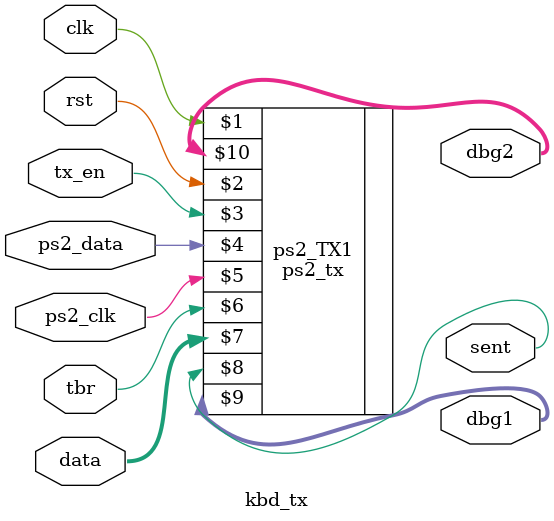
<source format=v>
/*
Module:				kbd_tx

Description:		Empty interface. Just sends signals through to ps2_tx

Team Binary Evolution
Ben Fuhrmann, Cody Hanson, Eric Harris, Ross Nordstrom, Eric Weisman

Module designed by:		Ross Nordstrom
Edited by:		
Module interface by:	

Date:	03/06/2011

*/

`timescale 1ns / 1ps
module kbd_tx(
	input clk, rst,		// System clock and reset
	input tx_en,		// Enables PS/2 transmitting
	inout ps2_data,	// PS/2 data line -- we only drive it
	inout ps2_clk,		// PS/2 clock. Need to read and drive it
	input tbr,			// Signals data was received (1-clk tick)
	input [7:0] data,	// The data to transmit
	output sent,

	// DEBUG
	output [1:0] dbg1,
	output [3:0] dbg2
	);

	// Instantiate Submodules
	ps2_tx ps2_TX1(clk, rst, tx_en, ps2_data, ps2_clk, tbr, data, sent, dbg1, dbg2);

endmodule // kbd_cntrl.v

</source>
